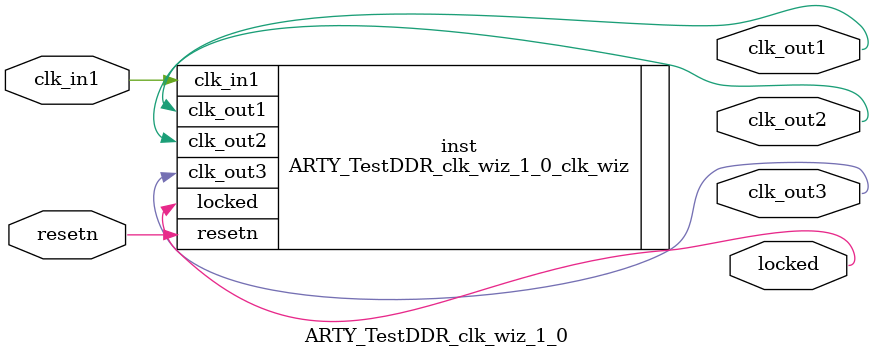
<source format=v>


`timescale 1ps/1ps

(* CORE_GENERATION_INFO = "ARTY_TestDDR_clk_wiz_1_0,clk_wiz_v6_0_11_0_0,{component_name=ARTY_TestDDR_clk_wiz_1_0,use_phase_alignment=true,use_min_o_jitter=false,use_max_i_jitter=false,use_dyn_phase_shift=false,use_inclk_switchover=false,use_dyn_reconfig=false,enable_axi=0,feedback_source=FDBK_AUTO,PRIMITIVE=MMCM,num_out_clk=3,clkin1_period=83.333,clkin2_period=10.0,use_power_down=false,use_reset=true,use_locked=true,use_inclk_stopped=false,feedback_type=SINGLE,CLOCK_MGR_TYPE=NA,manual_override=false}" *)

module ARTY_TestDDR_clk_wiz_1_0 
 (
  // Clock out ports
  output        clk_out1,
  output        clk_out2,
  output        clk_out3,
  // Status and control signals
  input         resetn,
  output        locked,
 // Clock in ports
  input         clk_in1
 );

  ARTY_TestDDR_clk_wiz_1_0_clk_wiz inst
  (
  // Clock out ports  
  .clk_out1(clk_out1),
  .clk_out2(clk_out2),
  .clk_out3(clk_out3),
  // Status and control signals               
  .resetn(resetn), 
  .locked(locked),
 // Clock in ports
  .clk_in1(clk_in1)
  );

endmodule

</source>
